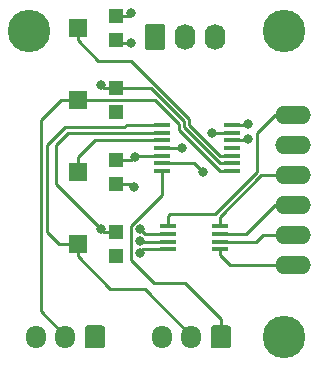
<source format=gbr>
G04 #@! TF.GenerationSoftware,KiCad,Pcbnew,(5.0.2)-1*
G04 #@! TF.CreationDate,2019-03-23T11:15:38+03:00*
G04 #@! TF.ProjectId,galvo-schematic,67616c76-6f2d-4736-9368-656d61746963,rev?*
G04 #@! TF.SameCoordinates,Original*
G04 #@! TF.FileFunction,Copper,L1,Top*
G04 #@! TF.FilePolarity,Positive*
%FSLAX46Y46*%
G04 Gerber Fmt 4.6, Leading zero omitted, Abs format (unit mm)*
G04 Created by KiCad (PCBNEW (5.0.2)-1) date 23.03.2019 11:15:38*
%MOMM*%
%LPD*%
G01*
G04 APERTURE LIST*
G04 #@! TA.AperFunction,SMDPad,CuDef*
%ADD10R,1.200000X1.200000*%
G04 #@! TD*
G04 #@! TA.AperFunction,SMDPad,CuDef*
%ADD11R,1.500000X1.600000*%
G04 #@! TD*
G04 #@! TA.AperFunction,Conductor*
%ADD12C,0.100000*%
G04 #@! TD*
G04 #@! TA.AperFunction,ComponentPad*
%ADD13C,1.740000*%
G04 #@! TD*
G04 #@! TA.AperFunction,ComponentPad*
%ADD14O,1.740000X2.200000*%
G04 #@! TD*
G04 #@! TA.AperFunction,ComponentPad*
%ADD15O,1.700000X1.950000*%
G04 #@! TD*
G04 #@! TA.AperFunction,ComponentPad*
%ADD16C,1.700000*%
G04 #@! TD*
G04 #@! TA.AperFunction,ComponentPad*
%ADD17C,3.600000*%
G04 #@! TD*
G04 #@! TA.AperFunction,ComponentPad*
%ADD18O,3.048000X1.524000*%
G04 #@! TD*
G04 #@! TA.AperFunction,SMDPad,CuDef*
%ADD19R,1.450000X0.450000*%
G04 #@! TD*
G04 #@! TA.AperFunction,ViaPad*
%ADD20C,0.800000*%
G04 #@! TD*
G04 #@! TA.AperFunction,Conductor*
%ADD21C,0.250000*%
G04 #@! TD*
G04 APERTURE END LIST*
D10*
G04 #@! TO.P,X-GAIN,A*
G04 #@! TO.N,Net-(X-GAIN1-PadA)*
X131848000Y-103870000D03*
D11*
G04 #@! TO.P,X-GAIN,S*
G04 #@! TO.N,/ILDAX+15V*
X128598000Y-102870000D03*
D10*
G04 #@! TO.P,X-GAIN,E*
G04 #@! TO.N,Net-(R5-Pad2)*
X131848000Y-101870000D03*
G04 #@! TD*
G04 #@! TO.P,Y-GAIN,A*
G04 #@! TO.N,Net-(Y-GAIN1-PadA)*
X131848000Y-91678000D03*
D11*
G04 #@! TO.P,Y-GAIN,S*
G04 #@! TO.N,/ILDAY+15V*
X128598000Y-90678000D03*
D10*
G04 #@! TO.P,Y-GAIN,E*
G04 #@! TO.N,Net-(R1-Pad2)*
X131848000Y-89678000D03*
G04 #@! TD*
G04 #@! TO.P,X-OFFS,A*
G04 #@! TO.N,Net-(R6-Pad2)*
X131848000Y-97774000D03*
D11*
G04 #@! TO.P,X-OFFS,S*
G04 #@! TO.N,Net-(U1-Pad3)*
X128598000Y-96774000D03*
D10*
G04 #@! TO.P,X-OFFS,E*
G04 #@! TO.N,GND*
X131848000Y-95774000D03*
G04 #@! TD*
G04 #@! TO.P,Y-OFFS,A*
G04 #@! TO.N,Net-(R2-Pad2)*
X131848000Y-85582000D03*
D11*
G04 #@! TO.P,Y-OFFS,S*
G04 #@! TO.N,Net-(U1-Pad10)*
X128598000Y-84582000D03*
D10*
G04 #@! TO.P,Y-OFFS,E*
G04 #@! TO.N,GND*
X131848000Y-83582000D03*
G04 #@! TD*
D12*
G04 #@! TO.N,/+V15*
G04 #@! TO.C,J1*
G36*
X135772505Y-84245204D02*
X135796773Y-84248804D01*
X135820572Y-84254765D01*
X135843671Y-84263030D01*
X135865850Y-84273520D01*
X135886893Y-84286132D01*
X135906599Y-84300747D01*
X135924777Y-84317223D01*
X135941253Y-84335401D01*
X135955868Y-84355107D01*
X135968480Y-84376150D01*
X135978970Y-84398329D01*
X135987235Y-84421428D01*
X135993196Y-84445227D01*
X135996796Y-84469495D01*
X135998000Y-84493999D01*
X135998000Y-86194001D01*
X135996796Y-86218505D01*
X135993196Y-86242773D01*
X135987235Y-86266572D01*
X135978970Y-86289671D01*
X135968480Y-86311850D01*
X135955868Y-86332893D01*
X135941253Y-86352599D01*
X135924777Y-86370777D01*
X135906599Y-86387253D01*
X135886893Y-86401868D01*
X135865850Y-86414480D01*
X135843671Y-86424970D01*
X135820572Y-86433235D01*
X135796773Y-86439196D01*
X135772505Y-86442796D01*
X135748001Y-86444000D01*
X134507999Y-86444000D01*
X134483495Y-86442796D01*
X134459227Y-86439196D01*
X134435428Y-86433235D01*
X134412329Y-86424970D01*
X134390150Y-86414480D01*
X134369107Y-86401868D01*
X134349401Y-86387253D01*
X134331223Y-86370777D01*
X134314747Y-86352599D01*
X134300132Y-86332893D01*
X134287520Y-86311850D01*
X134277030Y-86289671D01*
X134268765Y-86266572D01*
X134262804Y-86242773D01*
X134259204Y-86218505D01*
X134258000Y-86194001D01*
X134258000Y-84493999D01*
X134259204Y-84469495D01*
X134262804Y-84445227D01*
X134268765Y-84421428D01*
X134277030Y-84398329D01*
X134287520Y-84376150D01*
X134300132Y-84355107D01*
X134314747Y-84335401D01*
X134331223Y-84317223D01*
X134349401Y-84300747D01*
X134369107Y-84286132D01*
X134390150Y-84273520D01*
X134412329Y-84263030D01*
X134435428Y-84254765D01*
X134459227Y-84248804D01*
X134483495Y-84245204D01*
X134507999Y-84244000D01*
X135748001Y-84244000D01*
X135772505Y-84245204D01*
X135772505Y-84245204D01*
G37*
D13*
G04 #@! TD*
G04 #@! TO.P,J1,1*
G04 #@! TO.N,/+V15*
X135128000Y-85344000D03*
D14*
G04 #@! TO.P,J1,2*
G04 #@! TO.N,GND*
X137668000Y-85344000D03*
G04 #@! TO.P,J1,3*
G04 #@! TO.N,/-V15*
X140208000Y-85344000D03*
G04 #@! TD*
D15*
G04 #@! TO.P,X2,3*
G04 #@! TO.N,GND*
X135716000Y-110744000D03*
G04 #@! TO.P,X2,2*
G04 #@! TO.N,/ILDAX+15V*
X138216000Y-110744000D03*
D12*
G04 #@! TD*
G04 #@! TO.N,/ILDAX-15V*
G04 #@! TO.C,X2*
G36*
X141340504Y-109770204D02*
X141364773Y-109773804D01*
X141388571Y-109779765D01*
X141411671Y-109788030D01*
X141433849Y-109798520D01*
X141454893Y-109811133D01*
X141474598Y-109825747D01*
X141492777Y-109842223D01*
X141509253Y-109860402D01*
X141523867Y-109880107D01*
X141536480Y-109901151D01*
X141546970Y-109923329D01*
X141555235Y-109946429D01*
X141561196Y-109970227D01*
X141564796Y-109994496D01*
X141566000Y-110019000D01*
X141566000Y-111469000D01*
X141564796Y-111493504D01*
X141561196Y-111517773D01*
X141555235Y-111541571D01*
X141546970Y-111564671D01*
X141536480Y-111586849D01*
X141523867Y-111607893D01*
X141509253Y-111627598D01*
X141492777Y-111645777D01*
X141474598Y-111662253D01*
X141454893Y-111676867D01*
X141433849Y-111689480D01*
X141411671Y-111699970D01*
X141388571Y-111708235D01*
X141364773Y-111714196D01*
X141340504Y-111717796D01*
X141316000Y-111719000D01*
X140116000Y-111719000D01*
X140091496Y-111717796D01*
X140067227Y-111714196D01*
X140043429Y-111708235D01*
X140020329Y-111699970D01*
X139998151Y-111689480D01*
X139977107Y-111676867D01*
X139957402Y-111662253D01*
X139939223Y-111645777D01*
X139922747Y-111627598D01*
X139908133Y-111607893D01*
X139895520Y-111586849D01*
X139885030Y-111564671D01*
X139876765Y-111541571D01*
X139870804Y-111517773D01*
X139867204Y-111493504D01*
X139866000Y-111469000D01*
X139866000Y-110019000D01*
X139867204Y-109994496D01*
X139870804Y-109970227D01*
X139876765Y-109946429D01*
X139885030Y-109923329D01*
X139895520Y-109901151D01*
X139908133Y-109880107D01*
X139922747Y-109860402D01*
X139939223Y-109842223D01*
X139957402Y-109825747D01*
X139977107Y-109811133D01*
X139998151Y-109798520D01*
X140020329Y-109788030D01*
X140043429Y-109779765D01*
X140067227Y-109773804D01*
X140091496Y-109770204D01*
X140116000Y-109769000D01*
X141316000Y-109769000D01*
X141340504Y-109770204D01*
X141340504Y-109770204D01*
G37*
D16*
G04 #@! TO.P,X2,1*
G04 #@! TO.N,/ILDAX-15V*
X140716000Y-110744000D03*
G04 #@! TD*
D15*
G04 #@! TO.P,X3,3*
G04 #@! TO.N,GND*
X125048000Y-110744000D03*
G04 #@! TO.P,X3,2*
G04 #@! TO.N,/ILDAY+15V*
X127548000Y-110744000D03*
D12*
G04 #@! TD*
G04 #@! TO.N,/ILDAY-15V*
G04 #@! TO.C,X3*
G36*
X130672504Y-109770204D02*
X130696773Y-109773804D01*
X130720571Y-109779765D01*
X130743671Y-109788030D01*
X130765849Y-109798520D01*
X130786893Y-109811133D01*
X130806598Y-109825747D01*
X130824777Y-109842223D01*
X130841253Y-109860402D01*
X130855867Y-109880107D01*
X130868480Y-109901151D01*
X130878970Y-109923329D01*
X130887235Y-109946429D01*
X130893196Y-109970227D01*
X130896796Y-109994496D01*
X130898000Y-110019000D01*
X130898000Y-111469000D01*
X130896796Y-111493504D01*
X130893196Y-111517773D01*
X130887235Y-111541571D01*
X130878970Y-111564671D01*
X130868480Y-111586849D01*
X130855867Y-111607893D01*
X130841253Y-111627598D01*
X130824777Y-111645777D01*
X130806598Y-111662253D01*
X130786893Y-111676867D01*
X130765849Y-111689480D01*
X130743671Y-111699970D01*
X130720571Y-111708235D01*
X130696773Y-111714196D01*
X130672504Y-111717796D01*
X130648000Y-111719000D01*
X129448000Y-111719000D01*
X129423496Y-111717796D01*
X129399227Y-111714196D01*
X129375429Y-111708235D01*
X129352329Y-111699970D01*
X129330151Y-111689480D01*
X129309107Y-111676867D01*
X129289402Y-111662253D01*
X129271223Y-111645777D01*
X129254747Y-111627598D01*
X129240133Y-111607893D01*
X129227520Y-111586849D01*
X129217030Y-111564671D01*
X129208765Y-111541571D01*
X129202804Y-111517773D01*
X129199204Y-111493504D01*
X129198000Y-111469000D01*
X129198000Y-110019000D01*
X129199204Y-109994496D01*
X129202804Y-109970227D01*
X129208765Y-109946429D01*
X129217030Y-109923329D01*
X129227520Y-109901151D01*
X129240133Y-109880107D01*
X129254747Y-109860402D01*
X129271223Y-109842223D01*
X129289402Y-109825747D01*
X129309107Y-109811133D01*
X129330151Y-109798520D01*
X129352329Y-109788030D01*
X129375429Y-109779765D01*
X129399227Y-109773804D01*
X129423496Y-109770204D01*
X129448000Y-109769000D01*
X130648000Y-109769000D01*
X130672504Y-109770204D01*
X130672504Y-109770204D01*
G37*
D16*
G04 #@! TO.P,X3,1*
G04 #@! TO.N,/ILDAY-15V*
X130048000Y-110744000D03*
G04 #@! TD*
D17*
G04 #@! TO.P,REF\002A\002A,*
G04 #@! TO.N,*
X124460000Y-84836000D03*
G04 #@! TD*
G04 #@! TO.P,REF\002A\002A,*
G04 #@! TO.N,*
X146050000Y-110744000D03*
G04 #@! TD*
D18*
G04 #@! TO.P,SV4,6*
G04 #@! TO.N,+5V*
X146812000Y-104648000D03*
G04 #@! TO.P,SV4,5*
G04 #@! TO.N,/CS*
X146812000Y-102108000D03*
G04 #@! TO.P,SV4,4*
G04 #@! TO.N,/SCK*
X146812000Y-99568000D03*
G04 #@! TO.P,SV4,3*
G04 #@! TO.N,/SDI*
X146812000Y-97028000D03*
G04 #@! TO.P,SV4,2*
G04 #@! TO.N,GND*
X146812000Y-94488000D03*
G04 #@! TO.P,SV4,1*
G04 #@! TO.N,/LATCH*
X146812000Y-91948000D03*
G04 #@! TD*
D17*
G04 #@! TO.P,REF\002A\002A,*
G04 #@! TO.N,*
X146050000Y-84836000D03*
G04 #@! TD*
D19*
G04 #@! TO.P,U2,1*
G04 #@! TO.N,+5V*
X140630000Y-103337000D03*
G04 #@! TO.P,U2,2*
G04 #@! TO.N,/CS*
X140630000Y-102687000D03*
G04 #@! TO.P,U2,3*
G04 #@! TO.N,/SCK*
X140630000Y-102037000D03*
G04 #@! TO.P,U2,4*
G04 #@! TO.N,/SDI*
X140630000Y-101387000D03*
G04 #@! TO.P,U2,5*
G04 #@! TO.N,/LATCH*
X136230000Y-101387000D03*
G04 #@! TO.P,U2,6*
G04 #@! TO.N,Net-(DAC1-Pad6)*
X136230000Y-102037000D03*
G04 #@! TO.P,U2,7*
G04 #@! TO.N,GND*
X136230000Y-102687000D03*
G04 #@! TO.P,U2,8*
G04 #@! TO.N,Net-(DAC1-Pad8)*
X136230000Y-103337000D03*
G04 #@! TD*
G04 #@! TO.P,U1,1*
G04 #@! TO.N,/ILDAX+15V*
X135734000Y-92792000D03*
G04 #@! TO.P,U1,2*
G04 #@! TO.N,Net-(R5-Pad2)*
X135734000Y-93442000D03*
G04 #@! TO.P,U1,3*
G04 #@! TO.N,Net-(U1-Pad3)*
X135734000Y-94092000D03*
G04 #@! TO.P,U1,4*
G04 #@! TO.N,/+V15*
X135734000Y-94742000D03*
G04 #@! TO.P,U1,5*
G04 #@! TO.N,GND*
X135734000Y-95392000D03*
G04 #@! TO.P,U1,6*
G04 #@! TO.N,Net-(R11-Pad1)*
X135734000Y-96042000D03*
G04 #@! TO.P,U1,7*
G04 #@! TO.N,/ILDAX-15V*
X135734000Y-96692000D03*
G04 #@! TO.P,U1,8*
G04 #@! TO.N,/ILDAY+15V*
X141634000Y-96692000D03*
G04 #@! TO.P,U1,9*
G04 #@! TO.N,Net-(R1-Pad2)*
X141634000Y-96042000D03*
G04 #@! TO.P,U1,10*
G04 #@! TO.N,Net-(U1-Pad10)*
X141634000Y-95392000D03*
G04 #@! TO.P,U1,11*
G04 #@! TO.N,Net-(U1-Pad11)*
X141634000Y-94742000D03*
G04 #@! TO.P,U1,12*
G04 #@! TO.N,GND*
X141634000Y-94092000D03*
G04 #@! TO.P,U1,13*
G04 #@! TO.N,Net-(R12-Pad1)*
X141634000Y-93442000D03*
G04 #@! TO.P,U1,14*
G04 #@! TO.N,/ILDAY-15V*
X141634000Y-92792000D03*
G04 #@! TD*
D20*
G04 #@! TO.N,GND*
X143002000Y-93980000D03*
X133858000Y-102616000D03*
X133462000Y-95503999D03*
X133096000Y-83312000D03*
G04 #@! TO.N,Net-(R2-Pad2)*
X133096000Y-85852000D03*
G04 #@! TO.N,/+V15*
X137414000Y-94742000D03*
G04 #@! TO.N,/ILDAY-15V*
X143002000Y-92710000D03*
G04 #@! TO.N,Net-(R6-Pad2)*
X133350000Y-98044000D03*
G04 #@! TO.N,Net-(DAC1-Pad6)*
X133862653Y-101604653D03*
G04 #@! TO.N,Net-(DAC1-Pad8)*
X133858000Y-103616003D03*
G04 #@! TO.N,Net-(R1-Pad2)*
X130556000Y-89408000D03*
G04 #@! TO.N,Net-(R12-Pad1)*
X139954000Y-93472000D03*
G04 #@! TO.N,Net-(R5-Pad2)*
X130556000Y-101600000D03*
G04 #@! TO.N,Net-(R11-Pad1)*
X139192000Y-96774000D03*
G04 #@! TD*
D21*
G04 #@! TO.N,GND*
X133462000Y-95392000D02*
X133350000Y-95504000D01*
X141634000Y-94092000D02*
X142890000Y-94092000D01*
X142890000Y-94092000D02*
X143002000Y-93980000D01*
X136230000Y-102687000D02*
X133929000Y-102687000D01*
X133929000Y-102687000D02*
X133858000Y-102616000D01*
X133080000Y-95774000D02*
X133350000Y-95504000D01*
X131848000Y-95774000D02*
X133080000Y-95774000D01*
X133573999Y-95392000D02*
X133462000Y-95503999D01*
X135734000Y-95392000D02*
X133573999Y-95392000D01*
X133462000Y-95503999D02*
X133462000Y-95392000D01*
X132826000Y-83582000D02*
X133096000Y-83312000D01*
X131848000Y-83582000D02*
X132826000Y-83582000D01*
X133032500Y-83375500D02*
X133096000Y-83312000D01*
G04 #@! TO.N,+5V*
X140630000Y-103812000D02*
X140630000Y-103337000D01*
X141466000Y-104648000D02*
X140630000Y-103812000D01*
X146050000Y-104648000D02*
X141466000Y-104648000D01*
G04 #@! TO.N,/LATCH*
X140208000Y-100330000D02*
X143764000Y-96774000D01*
X145288000Y-91948000D02*
X146050000Y-91948000D01*
X143764000Y-93472000D02*
X145288000Y-91948000D01*
X143764000Y-96774000D02*
X143764000Y-93472000D01*
X138938000Y-100330000D02*
X136398000Y-100330000D01*
X138938000Y-100330000D02*
X140208000Y-100330000D01*
X137320000Y-100330000D02*
X138938000Y-100330000D01*
X136230000Y-100498000D02*
X136230000Y-101387000D01*
X136398000Y-100330000D02*
X136230000Y-100498000D01*
G04 #@! TO.N,/SDI*
X146050000Y-97028000D02*
X144146410Y-97028000D01*
X140630000Y-100544410D02*
X140630000Y-101387000D01*
X144146410Y-97028000D02*
X140630000Y-100544410D01*
G04 #@! TO.N,/SCK*
X141605000Y-102037000D02*
X140630000Y-102037000D01*
X142819000Y-102037000D02*
X141605000Y-102037000D01*
X145288000Y-99568000D02*
X142819000Y-102037000D01*
X146050000Y-99568000D02*
X145288000Y-99568000D01*
G04 #@! TO.N,/CS*
X141605000Y-102687000D02*
X140630000Y-102687000D01*
X143697000Y-102687000D02*
X141605000Y-102687000D01*
X144276000Y-102108000D02*
X143697000Y-102687000D01*
X146050000Y-102108000D02*
X144276000Y-102108000D01*
G04 #@! TO.N,Net-(R2-Pad2)*
X132016500Y-85852000D02*
X131953000Y-85788500D01*
X133096000Y-85852000D02*
X132016500Y-85852000D01*
G04 #@! TO.N,/+V15*
X137414000Y-94742000D02*
X135734000Y-94742000D01*
G04 #@! TO.N,/ILDAY+15V*
X127206500Y-90678000D02*
X125476000Y-92408500D01*
X128206500Y-90678000D02*
X127206500Y-90678000D01*
X127548000Y-110619000D02*
X127548000Y-110744000D01*
X125476000Y-108547000D02*
X127548000Y-110619000D01*
X125476000Y-92408500D02*
X125476000Y-108547000D01*
X140659000Y-96692000D02*
X141634000Y-96692000D01*
X137160000Y-93193000D02*
X140659000Y-96692000D01*
X137160000Y-92682998D02*
X137160000Y-93193000D01*
X135155002Y-90678000D02*
X137160000Y-92682998D01*
X128206500Y-90678000D02*
X135155002Y-90678000D01*
G04 #@! TO.N,/ILDAY-15V*
X142920000Y-92792000D02*
X143002000Y-92710000D01*
X141634000Y-92792000D02*
X142920000Y-92792000D01*
G04 #@! TO.N,Net-(R6-Pad2)*
X133080000Y-97774000D02*
X133350000Y-98044000D01*
X131848000Y-97774000D02*
X133080000Y-97774000D01*
G04 #@! TO.N,/ILDAX+15V*
X138216000Y-110619000D02*
X138216000Y-110744000D01*
X134277000Y-106680000D02*
X138216000Y-110619000D01*
X132530512Y-92991990D02*
X127480010Y-92991990D01*
X135734000Y-92792000D02*
X132730502Y-92792000D01*
X132730502Y-92792000D02*
X132530512Y-92991990D01*
X127480010Y-92991990D02*
X125984000Y-94488000D01*
X125984000Y-94488000D02*
X125984000Y-101854000D01*
X127000000Y-102870000D02*
X128206500Y-102870000D01*
X125984000Y-101854000D02*
X127000000Y-102870000D01*
X131358000Y-106680000D02*
X131572000Y-106680000D01*
X128598000Y-103920000D02*
X131358000Y-106680000D01*
X128598000Y-102870000D02*
X128598000Y-103920000D01*
X131572000Y-106680000D02*
X134277000Y-106680000D01*
G04 #@! TO.N,/ILDAX-15V*
X140716000Y-109220000D02*
X140716000Y-110744000D01*
X135734000Y-96692000D02*
X135734000Y-98708000D01*
X135734000Y-98708000D02*
X133096000Y-101346000D01*
X133096000Y-101346000D02*
X133096000Y-104197002D01*
X133096000Y-104197002D02*
X135070998Y-106172000D01*
X135070998Y-106172000D02*
X137668000Y-106172000D01*
X137668000Y-106172000D02*
X140716000Y-109220000D01*
G04 #@! TO.N,Net-(DAC1-Pad6)*
X134295000Y-102037000D02*
X133862653Y-101604653D01*
X136230000Y-102037000D02*
X134295000Y-102037000D01*
G04 #@! TO.N,Net-(DAC1-Pad8)*
X136230000Y-103337000D02*
X134137003Y-103337000D01*
X134137003Y-103337000D02*
X133858000Y-103616003D01*
G04 #@! TO.N,Net-(R1-Pad2)*
X130826000Y-89678000D02*
X130556000Y-89408000D01*
X131848000Y-89678000D02*
X130826000Y-89678000D01*
X140659000Y-96042000D02*
X141634000Y-96042000D01*
X137610010Y-92993010D02*
X140659000Y-96042000D01*
X137610010Y-92496598D02*
X137610010Y-92993010D01*
X134791412Y-89678000D02*
X137610010Y-92496598D01*
X131848000Y-89678000D02*
X134791412Y-89678000D01*
G04 #@! TO.N,Net-(R12-Pad1)*
X139984000Y-93442000D02*
X139954000Y-93472000D01*
X141634000Y-93442000D02*
X139984000Y-93442000D01*
G04 #@! TO.N,Net-(R5-Pad2)*
X126746000Y-97790000D02*
X130556000Y-101600000D01*
X126746000Y-94488000D02*
X126746000Y-97790000D01*
X135734000Y-93442000D02*
X127792000Y-93442000D01*
X127792000Y-93442000D02*
X126746000Y-94488000D01*
X130826000Y-101870000D02*
X130556000Y-101600000D01*
X131848000Y-101870000D02*
X130826000Y-101870000D01*
G04 #@! TO.N,Net-(R11-Pad1)*
X135734000Y-96042000D02*
X138460000Y-96042000D01*
X138460000Y-96042000D02*
X139192000Y-96774000D01*
G04 #@! TO.N,Net-(U1-Pad3)*
X134759000Y-94092000D02*
X135734000Y-94092000D01*
X128598000Y-95542000D02*
X130048000Y-94092000D01*
X128598000Y-96774000D02*
X128598000Y-95542000D01*
X130048000Y-94092000D02*
X134759000Y-94092000D01*
G04 #@! TO.N,Net-(U1-Pad10)*
X140659000Y-95392000D02*
X141634000Y-95392000D01*
X133125822Y-87376000D02*
X138060020Y-92310198D01*
X138060020Y-92310198D02*
X138060020Y-92793020D01*
X138060020Y-92793020D02*
X140659000Y-95392000D01*
X130342000Y-87376000D02*
X130810000Y-87376000D01*
X128598000Y-85632000D02*
X130342000Y-87376000D01*
X128598000Y-84582000D02*
X128598000Y-85632000D01*
X130810000Y-87376000D02*
X133125822Y-87376000D01*
G04 #@! TD*
M02*

</source>
